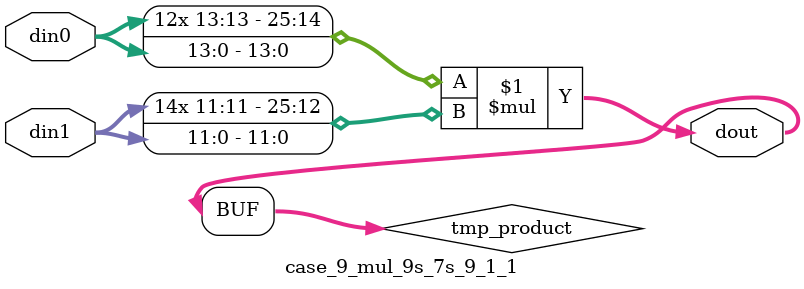
<source format=v>

`timescale 1 ns / 1 ps

 module case_9_mul_9s_7s_9_1_1(din0, din1, dout);
parameter ID = 1;
parameter NUM_STAGE = 0;
parameter din0_WIDTH = 14;
parameter din1_WIDTH = 12;
parameter dout_WIDTH = 26;

input [din0_WIDTH - 1 : 0] din0; 
input [din1_WIDTH - 1 : 0] din1; 
output [dout_WIDTH - 1 : 0] dout;

wire signed [dout_WIDTH - 1 : 0] tmp_product;



























assign tmp_product = $signed(din0) * $signed(din1);








assign dout = tmp_product;





















endmodule

</source>
